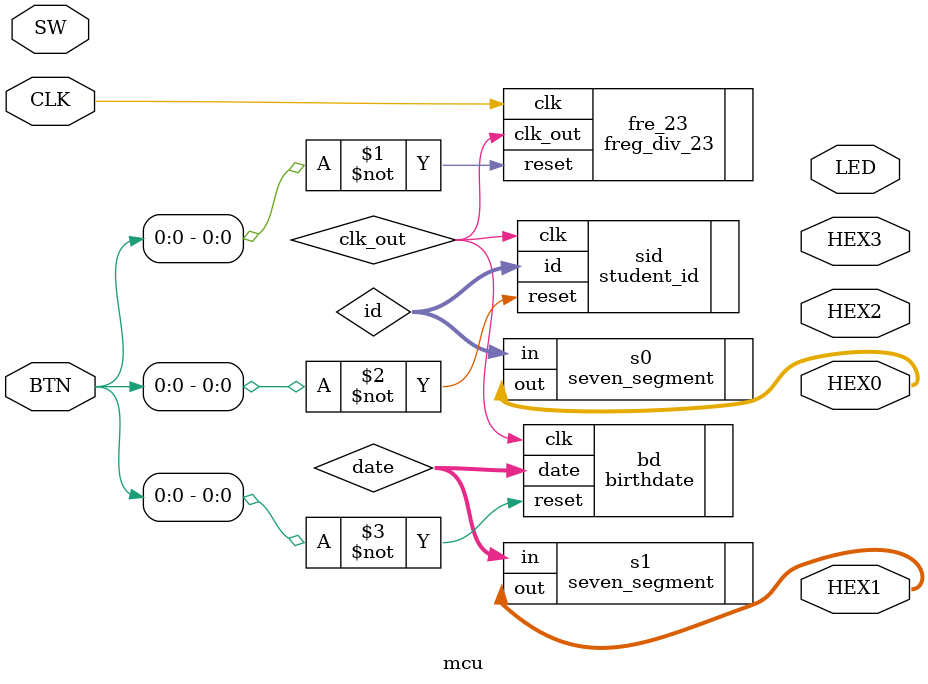
<source format=sv>


module mcu(

	//////////// CLOCK //////////
	input CLK,

	//////////// 7-segment decoder //////////
	output [6:0] HEX0,
	output [6:0] HEX1,
	output [6:0] HEX2,
	output [6:0] HEX3,
	
	//////////// LED /////////////
	output [9:0] LED,
	
	//////////// SWITCH //////////
	input [9:0] SW,
	
	//////////// BUTTON //////////
	input [2:0] BTN
	
);
//*******************************//

// add module here
    logic clk_out;
    logic [3:0] id, date;
	freg_div_23 fre_23(
		.clk(CLK),
		.reset(~BTN[0]),
		.clk_out(clk_out)
	);
    student_id sid(
        .clk(clk_out),
        .reset(~BTN[0]),
        .id(id)
    );
	birthdate bd(
        .clk(clk_out),
        .reset(~BTN[0]),
        .date(date)
    );
	seven_segment s0(
    	.in(id),
    	.out(HEX0)
	);
	seven_segment s1(
    	.in(date),
    	.out(HEX1)
	);

//*******************************//

endmodule

</source>
